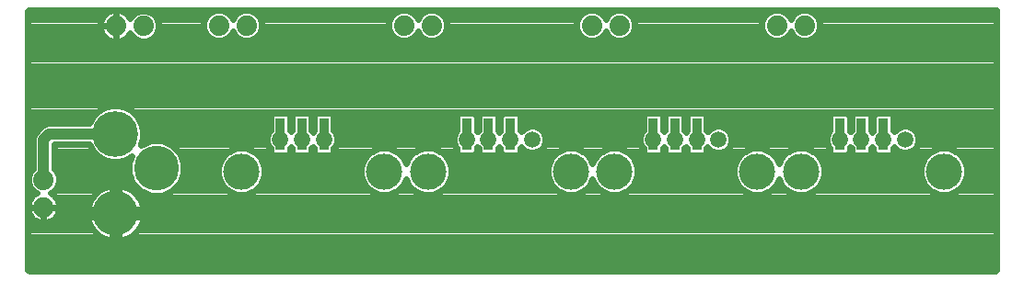
<source format=gbl>
G75*
G70*
%OFA0B0*%
%FSLAX24Y24*%
%IPPOS*%
%LPD*%
%AMOC8*
5,1,8,0,0,1.08239X$1,22.5*
%
%ADD10R,0.0350X0.1180*%
%ADD11C,0.1310*%
%ADD12C,0.1660*%
%ADD13C,0.1620*%
%ADD14C,0.0740*%
%ADD15C,0.0240*%
%ADD16C,0.0560*%
%ADD17C,0.0591*%
%ADD18C,0.0400*%
D10*
X010125Y006130D03*
X010905Y006130D03*
X011695Y006130D03*
X016875Y006130D03*
X017655Y006130D03*
X018445Y006130D03*
X023625Y006130D03*
X024405Y006130D03*
X025195Y006130D03*
X030375Y006130D03*
X031155Y006130D03*
X031945Y006130D03*
D11*
X034135Y004770D03*
X028965Y004770D03*
X027385Y004770D03*
X022215Y004770D03*
X020635Y004770D03*
X015465Y004770D03*
X013885Y004770D03*
X008715Y004770D03*
D12*
X004150Y006134D03*
D13*
X005631Y004883D03*
X004160Y003251D03*
D14*
X001550Y003470D03*
X001550Y004470D03*
X004170Y010050D03*
X005170Y010050D03*
X007900Y010070D03*
X008900Y010070D03*
X014600Y010070D03*
X015600Y010070D03*
X021400Y010070D03*
X022400Y010070D03*
X028100Y010070D03*
X029100Y010070D03*
D15*
X001001Y001171D02*
X000982Y001202D01*
X000980Y001220D01*
X000980Y010563D01*
X000982Y010581D01*
X001001Y010612D01*
X001032Y010630D01*
X001050Y010633D01*
X035983Y010633D01*
X036001Y010630D01*
X036033Y010612D01*
X036051Y010581D01*
X036053Y010563D01*
X036053Y001220D01*
X036051Y001202D01*
X036033Y001171D01*
X036001Y001152D01*
X035983Y001150D01*
X001050Y001150D01*
X001032Y001152D01*
X001001Y001171D01*
X000982Y001209D02*
X036052Y001209D01*
X036053Y001447D02*
X000980Y001447D01*
X000980Y001686D02*
X036053Y001686D01*
X036053Y001924D02*
X000980Y001924D01*
X000980Y002163D02*
X036053Y002163D01*
X036053Y002401D02*
X004705Y002401D01*
X004745Y002426D02*
X004649Y002366D01*
X004547Y002317D01*
X004440Y002279D01*
X004329Y002254D01*
X004280Y002249D01*
X004280Y003131D01*
X004040Y003131D01*
X004040Y002249D01*
X003991Y002254D01*
X003880Y002279D01*
X003773Y002317D01*
X003671Y002366D01*
X003575Y002426D01*
X003486Y002497D01*
X003406Y002577D01*
X003335Y002666D01*
X003275Y002762D01*
X003225Y002864D01*
X003188Y002971D01*
X003163Y003082D01*
X003157Y003131D01*
X004040Y003131D01*
X004040Y003371D01*
X003157Y003371D01*
X003163Y003421D01*
X003188Y003532D01*
X003225Y003639D01*
X003275Y003741D01*
X003335Y003837D01*
X003406Y003926D01*
X003486Y004006D01*
X003575Y004077D01*
X003671Y004137D01*
X003773Y004186D01*
X003880Y004224D01*
X003991Y004249D01*
X004040Y004254D01*
X004040Y003372D01*
X004280Y003372D01*
X004280Y004254D01*
X004329Y004249D01*
X004440Y004224D01*
X004547Y004186D01*
X004649Y004137D01*
X004745Y004077D01*
X004834Y004006D01*
X004914Y003926D01*
X004985Y003837D01*
X005045Y003741D01*
X005095Y003639D01*
X005132Y003532D01*
X005157Y003421D01*
X005163Y003371D01*
X004280Y003371D01*
X004280Y003131D01*
X005163Y003131D01*
X005157Y003082D01*
X005132Y002971D01*
X005095Y002864D01*
X005045Y002762D01*
X004985Y002666D01*
X004914Y002577D01*
X004834Y002497D01*
X004745Y002426D01*
X004964Y002640D02*
X036053Y002640D01*
X036053Y002878D02*
X005099Y002878D01*
X005161Y003117D02*
X036053Y003117D01*
X036053Y003355D02*
X004280Y003355D01*
X004280Y003117D02*
X004040Y003117D01*
X004040Y003355D02*
X002109Y003355D01*
X002106Y003337D02*
X002120Y003425D01*
X002120Y003470D01*
X002120Y003515D01*
X002106Y003603D01*
X002078Y003689D01*
X002038Y003769D01*
X001985Y003841D01*
X001921Y003905D01*
X001849Y003958D01*
X001804Y003980D01*
X001862Y004004D01*
X002016Y004158D01*
X002100Y004361D01*
X002100Y004579D01*
X002016Y004782D01*
X001930Y004868D01*
X001930Y005754D01*
X003206Y005754D01*
X003209Y005744D01*
X003342Y005514D01*
X003530Y005326D01*
X003760Y005193D01*
X004017Y005124D01*
X004283Y005124D01*
X004540Y005193D01*
X004734Y005305D01*
X004641Y005080D01*
X004641Y004686D01*
X004792Y004322D01*
X005070Y004043D01*
X005434Y003893D01*
X005828Y003893D01*
X006192Y004043D01*
X006470Y004322D01*
X006621Y004686D01*
X006621Y005080D01*
X006470Y005443D01*
X006192Y005722D01*
X005828Y005873D01*
X005434Y005873D01*
X005081Y005726D01*
X005091Y005744D01*
X005160Y006001D01*
X005160Y006267D01*
X005091Y006524D01*
X004958Y006754D01*
X004770Y006942D01*
X004540Y007075D01*
X004283Y007144D01*
X004017Y007144D01*
X003760Y007075D01*
X003530Y006942D01*
X003342Y006754D01*
X003209Y006524D01*
X003206Y006514D01*
X001710Y006514D01*
X001533Y006441D01*
X001519Y006427D01*
X001335Y006242D01*
X001228Y006135D01*
X001170Y005996D01*
X001170Y004868D01*
X001084Y004782D01*
X001000Y004579D01*
X001000Y004361D01*
X001084Y004158D01*
X001238Y004004D01*
X001296Y003980D01*
X001251Y003958D01*
X001179Y003905D01*
X001115Y003841D01*
X001062Y003769D01*
X001022Y003689D01*
X000994Y003603D01*
X000980Y003515D01*
X000980Y003470D01*
X001550Y003470D01*
X002120Y003470D01*
X001550Y003470D01*
X001550Y003470D01*
X001550Y003470D01*
X001550Y002900D01*
X001595Y002900D01*
X001683Y002914D01*
X001769Y002942D01*
X001849Y002982D01*
X001921Y003035D01*
X001985Y003099D01*
X002038Y003171D01*
X002078Y003251D01*
X002106Y003337D01*
X001998Y003117D02*
X003159Y003117D01*
X003221Y002878D02*
X000980Y002878D01*
X001179Y003035D02*
X001251Y002982D01*
X001331Y002942D01*
X001417Y002914D01*
X001505Y002900D01*
X001550Y002900D01*
X001550Y003470D01*
X001550Y003470D01*
X000980Y003470D01*
X000980Y003425D01*
X000994Y003337D01*
X001022Y003251D01*
X001062Y003171D01*
X001115Y003099D01*
X001179Y003035D01*
X001102Y003117D02*
X000980Y003117D01*
X000980Y003355D02*
X000991Y003355D01*
X001550Y003355D02*
X001550Y003355D01*
X001550Y003117D02*
X001550Y003117D01*
X000992Y003594D02*
X000980Y003594D01*
X000980Y003832D02*
X001108Y003832D01*
X001172Y004071D02*
X000980Y004071D01*
X000980Y004309D02*
X001021Y004309D01*
X001000Y004548D02*
X000980Y004548D01*
X000980Y004786D02*
X001088Y004786D01*
X001170Y005025D02*
X000980Y005025D01*
X000980Y005263D02*
X001170Y005263D01*
X001170Y005502D02*
X000980Y005502D01*
X000980Y005740D02*
X001170Y005740D01*
X001170Y005979D02*
X000980Y005979D01*
X000980Y006217D02*
X001310Y006217D01*
X001519Y006427D02*
X001519Y006427D01*
X001533Y006441D02*
X001533Y006441D01*
X001569Y006456D02*
X000980Y006456D01*
X000980Y006694D02*
X003307Y006694D01*
X003521Y006933D02*
X000980Y006933D01*
X000980Y007171D02*
X036053Y007171D01*
X036053Y006933D02*
X004779Y006933D01*
X004993Y006694D02*
X009770Y006694D01*
X009770Y006795D02*
X009770Y006252D01*
X009717Y006199D01*
X009645Y006025D01*
X009645Y005835D01*
X009717Y005661D01*
X009770Y005608D01*
X009770Y005465D01*
X009875Y005360D01*
X010375Y005360D01*
X010480Y005465D01*
X010480Y005618D01*
X010510Y005648D01*
X010550Y005608D01*
X010550Y005465D01*
X010655Y005360D01*
X011155Y005360D01*
X011260Y005465D01*
X011260Y005618D01*
X011300Y005658D01*
X011340Y005618D01*
X011340Y005465D01*
X011445Y005360D01*
X011945Y005360D01*
X012050Y005465D01*
X012050Y005608D01*
X012103Y005661D01*
X012175Y005835D01*
X012175Y006025D01*
X012103Y006199D01*
X012050Y006252D01*
X012050Y006795D01*
X011945Y006900D01*
X011445Y006900D01*
X011340Y006795D01*
X011340Y006242D01*
X011300Y006202D01*
X011260Y006242D01*
X011260Y006795D01*
X011155Y006900D01*
X010655Y006900D01*
X010550Y006795D01*
X010550Y006252D01*
X010510Y006212D01*
X010480Y006242D01*
X010480Y006795D01*
X010375Y006900D01*
X009875Y006900D01*
X009770Y006795D01*
X010480Y006694D02*
X010550Y006694D01*
X010550Y006456D02*
X010480Y006456D01*
X009770Y006456D02*
X005109Y006456D01*
X005160Y006217D02*
X009735Y006217D01*
X009645Y005979D02*
X005154Y005979D01*
X005114Y005740D02*
X005089Y005740D01*
X004717Y005263D02*
X004662Y005263D01*
X004641Y005025D02*
X001930Y005025D01*
X001930Y005263D02*
X003638Y005263D01*
X003354Y005502D02*
X001930Y005502D01*
X001930Y005740D02*
X003211Y005740D01*
X002012Y004786D02*
X004641Y004786D01*
X004698Y004548D02*
X002100Y004548D01*
X002079Y004309D02*
X004804Y004309D01*
X004753Y004071D02*
X005043Y004071D01*
X004988Y003832D02*
X036053Y003832D01*
X036053Y004071D02*
X034616Y004071D01*
X034608Y004062D02*
X034843Y004297D01*
X034970Y004604D01*
X034970Y004936D01*
X034843Y005243D01*
X034608Y005478D01*
X034301Y005605D01*
X033969Y005605D01*
X033662Y005478D01*
X033427Y005243D01*
X033300Y004936D01*
X033300Y004604D01*
X033427Y004297D01*
X033662Y004062D01*
X033969Y003935D01*
X034301Y003935D01*
X034608Y004062D01*
X034848Y004309D02*
X036053Y004309D01*
X036053Y004548D02*
X034947Y004548D01*
X034970Y004786D02*
X036053Y004786D01*
X036053Y005025D02*
X034933Y005025D01*
X034823Y005263D02*
X036053Y005263D01*
X036053Y005502D02*
X034551Y005502D01*
X033719Y005502D02*
X032937Y005502D01*
X032999Y005527D02*
X033133Y005661D01*
X033205Y005835D01*
X033205Y006025D01*
X033133Y006199D01*
X032999Y006333D01*
X032825Y006405D01*
X032635Y006405D01*
X032461Y006333D01*
X032340Y006212D01*
X032300Y006252D01*
X032300Y006795D01*
X032195Y006900D01*
X031695Y006900D01*
X031590Y006795D01*
X031590Y006242D01*
X031550Y006202D01*
X031510Y006242D01*
X031510Y006795D01*
X031405Y006900D01*
X030905Y006900D01*
X030800Y006795D01*
X030800Y006252D01*
X030760Y006212D01*
X030730Y006242D01*
X030730Y006795D01*
X030625Y006900D01*
X030125Y006900D01*
X030020Y006795D01*
X030020Y006252D01*
X029967Y006199D01*
X029895Y006025D01*
X029895Y005835D01*
X029967Y005661D01*
X030020Y005608D01*
X030020Y005465D01*
X030125Y005360D01*
X030625Y005360D01*
X030730Y005465D01*
X030730Y005618D01*
X030760Y005648D01*
X030800Y005608D01*
X030800Y005465D01*
X030905Y005360D01*
X031405Y005360D01*
X031510Y005465D01*
X031510Y005618D01*
X031550Y005658D01*
X031590Y005618D01*
X031590Y005465D01*
X031695Y005360D01*
X032195Y005360D01*
X032300Y005465D01*
X032300Y005608D01*
X032340Y005648D01*
X032461Y005527D01*
X032635Y005455D01*
X032825Y005455D01*
X032999Y005527D01*
X033166Y005740D02*
X036053Y005740D01*
X036053Y005979D02*
X033205Y005979D01*
X033115Y006217D02*
X036053Y006217D01*
X036053Y006456D02*
X032300Y006456D01*
X032300Y006694D02*
X036053Y006694D01*
X036053Y007410D02*
X000980Y007410D01*
X000980Y007648D02*
X036053Y007648D01*
X036053Y007887D02*
X000980Y007887D01*
X000980Y008125D02*
X036053Y008125D01*
X036053Y008364D02*
X000980Y008364D01*
X000980Y008602D02*
X036053Y008602D01*
X036053Y008841D02*
X000980Y008841D01*
X000980Y009079D02*
X036053Y009079D01*
X036053Y009318D02*
X000980Y009318D01*
X000980Y009556D02*
X003884Y009556D01*
X003871Y009562D02*
X003951Y009522D01*
X004037Y009494D01*
X004125Y009480D01*
X004170Y009480D01*
X004215Y009480D01*
X004303Y009494D01*
X004389Y009522D01*
X004469Y009562D01*
X004541Y009615D01*
X004605Y009679D01*
X004658Y009751D01*
X004680Y009796D01*
X004704Y009738D01*
X004858Y009584D01*
X005061Y009500D01*
X005279Y009500D01*
X005482Y009584D01*
X005636Y009738D01*
X005720Y009941D01*
X005720Y010159D01*
X005636Y010362D01*
X005482Y010516D01*
X005279Y010600D01*
X005061Y010600D01*
X004858Y010516D01*
X004704Y010362D01*
X004680Y010304D01*
X004658Y010349D01*
X004605Y010421D01*
X004541Y010485D01*
X004469Y010538D01*
X004389Y010578D01*
X004303Y010606D01*
X004215Y010620D01*
X004170Y010620D01*
X004170Y010050D01*
X004170Y010050D01*
X004170Y010050D01*
X003600Y010050D01*
X003600Y010095D01*
X003614Y010183D01*
X003642Y010269D01*
X003682Y010349D01*
X003735Y010421D01*
X003799Y010485D01*
X003871Y010538D01*
X003951Y010578D01*
X004037Y010606D01*
X004125Y010620D01*
X004170Y010620D01*
X004170Y010050D01*
X004170Y009480D01*
X004170Y010050D01*
X004170Y010050D01*
X003600Y010050D01*
X003600Y010005D01*
X003614Y009917D01*
X003642Y009831D01*
X003682Y009751D01*
X003735Y009679D01*
X003799Y009615D01*
X003871Y009562D01*
X004170Y009556D02*
X004170Y009556D01*
X004456Y009556D02*
X004925Y009556D01*
X005415Y009556D02*
X007704Y009556D01*
X007791Y009520D02*
X007588Y009604D01*
X007434Y009758D01*
X007350Y009961D01*
X007350Y010179D01*
X007434Y010382D01*
X007588Y010536D01*
X007791Y010620D01*
X008009Y010620D01*
X008212Y010536D01*
X008366Y010382D01*
X008400Y010300D01*
X008434Y010382D01*
X008588Y010536D01*
X008791Y010620D01*
X009009Y010620D01*
X009212Y010536D01*
X009366Y010382D01*
X009450Y010179D01*
X009450Y009961D01*
X009366Y009758D01*
X009212Y009604D01*
X009009Y009520D01*
X008791Y009520D01*
X008588Y009604D01*
X008434Y009758D01*
X008400Y009840D01*
X008366Y009758D01*
X008212Y009604D01*
X008009Y009520D01*
X007791Y009520D01*
X008096Y009556D02*
X008704Y009556D01*
X009096Y009556D02*
X014404Y009556D01*
X014491Y009520D02*
X014709Y009520D01*
X014912Y009604D01*
X015066Y009758D01*
X015100Y009840D01*
X015134Y009758D01*
X015288Y009604D01*
X015491Y009520D01*
X015709Y009520D01*
X015912Y009604D01*
X016066Y009758D01*
X016150Y009961D01*
X016150Y010179D01*
X016066Y010382D01*
X015912Y010536D01*
X015709Y010620D01*
X015491Y010620D01*
X015288Y010536D01*
X015134Y010382D01*
X015100Y010300D01*
X015066Y010382D01*
X014912Y010536D01*
X014709Y010620D01*
X014491Y010620D01*
X014288Y010536D01*
X014134Y010382D01*
X014050Y010179D01*
X014050Y009961D01*
X014134Y009758D01*
X014288Y009604D01*
X014491Y009520D01*
X014796Y009556D02*
X015404Y009556D01*
X015796Y009556D02*
X021204Y009556D01*
X021291Y009520D02*
X021509Y009520D01*
X021712Y009604D01*
X021866Y009758D01*
X021900Y009840D01*
X021934Y009758D01*
X022088Y009604D01*
X022291Y009520D01*
X022509Y009520D01*
X022712Y009604D01*
X022866Y009758D01*
X022950Y009961D01*
X022950Y010179D01*
X022866Y010382D01*
X022712Y010536D01*
X022509Y010620D01*
X022291Y010620D01*
X022088Y010536D01*
X021934Y010382D01*
X021900Y010300D01*
X021866Y010382D01*
X021712Y010536D01*
X021509Y010620D01*
X021291Y010620D01*
X021088Y010536D01*
X020934Y010382D01*
X020850Y010179D01*
X020850Y009961D01*
X020934Y009758D01*
X021088Y009604D01*
X021291Y009520D01*
X021596Y009556D02*
X022204Y009556D01*
X022596Y009556D02*
X027904Y009556D01*
X027991Y009520D02*
X028209Y009520D01*
X028412Y009604D01*
X028566Y009758D01*
X028600Y009840D01*
X028634Y009758D01*
X028788Y009604D01*
X028991Y009520D01*
X029209Y009520D01*
X029412Y009604D01*
X029566Y009758D01*
X029650Y009961D01*
X029650Y010179D01*
X029566Y010382D01*
X029412Y010536D01*
X029209Y010620D01*
X028991Y010620D01*
X028788Y010536D01*
X028634Y010382D01*
X028600Y010300D01*
X028566Y010382D01*
X028412Y010536D01*
X028209Y010620D01*
X027991Y010620D01*
X027788Y010536D01*
X027634Y010382D01*
X027550Y010179D01*
X027550Y009961D01*
X027634Y009758D01*
X027788Y009604D01*
X027991Y009520D01*
X028296Y009556D02*
X028904Y009556D01*
X029296Y009556D02*
X036053Y009556D01*
X036053Y009795D02*
X029581Y009795D01*
X029650Y010033D02*
X036053Y010033D01*
X036053Y010272D02*
X029612Y010272D01*
X029438Y010510D02*
X036053Y010510D01*
X028762Y010510D02*
X028438Y010510D01*
X027762Y010510D02*
X022738Y010510D01*
X022062Y010510D02*
X021738Y010510D01*
X021062Y010510D02*
X015938Y010510D01*
X016112Y010272D02*
X020888Y010272D01*
X020850Y010033D02*
X016150Y010033D01*
X016081Y009795D02*
X020919Y009795D01*
X021881Y009795D02*
X021919Y009795D01*
X022881Y009795D02*
X027619Y009795D01*
X027550Y010033D02*
X022950Y010033D01*
X022912Y010272D02*
X027588Y010272D01*
X028581Y009795D02*
X028619Y009795D01*
X025550Y006795D02*
X025445Y006900D01*
X024945Y006900D01*
X024840Y006795D01*
X024840Y006242D01*
X024800Y006202D01*
X024760Y006242D01*
X024760Y006795D01*
X024655Y006900D01*
X024155Y006900D01*
X024050Y006795D01*
X024050Y006252D01*
X024010Y006212D01*
X023980Y006242D01*
X023980Y006795D01*
X023875Y006900D01*
X023375Y006900D01*
X023270Y006795D01*
X023270Y006252D01*
X023217Y006199D01*
X023145Y006025D01*
X023145Y005835D01*
X023217Y005661D01*
X023270Y005608D01*
X023270Y005465D01*
X023375Y005360D01*
X023875Y005360D01*
X023980Y005465D01*
X023980Y005618D01*
X024010Y005648D01*
X024050Y005608D01*
X024050Y005465D01*
X024155Y005360D01*
X024655Y005360D01*
X024760Y005465D01*
X024760Y005618D01*
X024800Y005658D01*
X024840Y005618D01*
X024840Y005465D01*
X024945Y005360D01*
X025445Y005360D01*
X025550Y005465D01*
X025550Y005608D01*
X025590Y005648D01*
X025711Y005527D01*
X025885Y005455D01*
X026075Y005455D01*
X026249Y005527D01*
X026383Y005661D01*
X026455Y005835D01*
X026455Y006025D01*
X026383Y006199D01*
X026249Y006333D01*
X026075Y006405D01*
X025885Y006405D01*
X025711Y006333D01*
X025590Y006212D01*
X025550Y006252D01*
X025550Y006795D01*
X025550Y006694D02*
X030020Y006694D01*
X030020Y006456D02*
X025550Y006456D01*
X024840Y006456D02*
X024760Y006456D01*
X024050Y006456D02*
X023980Y006456D01*
X023980Y006694D02*
X024050Y006694D01*
X024760Y006694D02*
X024840Y006694D01*
X024815Y006217D02*
X024785Y006217D01*
X025585Y006217D02*
X025595Y006217D01*
X026365Y006217D02*
X029985Y006217D01*
X029895Y005979D02*
X026455Y005979D01*
X026416Y005740D02*
X029934Y005740D01*
X030020Y005502D02*
X029381Y005502D01*
X029438Y005478D02*
X029131Y005605D01*
X028799Y005605D01*
X028492Y005478D01*
X028257Y005243D01*
X028175Y005045D01*
X028093Y005243D01*
X027858Y005478D01*
X027551Y005605D01*
X027219Y005605D01*
X026912Y005478D01*
X026677Y005243D01*
X026550Y004936D01*
X026550Y004604D01*
X026677Y004297D01*
X026912Y004062D01*
X027219Y003935D01*
X027551Y003935D01*
X027858Y004062D01*
X028093Y004297D01*
X028175Y004495D01*
X028257Y004297D01*
X028492Y004062D01*
X028799Y003935D01*
X029131Y003935D01*
X029438Y004062D01*
X029673Y004297D01*
X029800Y004604D01*
X029800Y004936D01*
X029673Y005243D01*
X029438Y005478D01*
X029653Y005263D02*
X033447Y005263D01*
X033337Y005025D02*
X029763Y005025D01*
X029800Y004786D02*
X033300Y004786D01*
X033323Y004548D02*
X029777Y004548D01*
X029678Y004309D02*
X033422Y004309D01*
X033654Y004071D02*
X029446Y004071D01*
X028484Y004071D02*
X027866Y004071D01*
X028098Y004309D02*
X028252Y004309D01*
X026904Y004071D02*
X022696Y004071D01*
X022688Y004062D02*
X022923Y004297D01*
X023050Y004604D01*
X023050Y004936D01*
X022923Y005243D01*
X022688Y005478D01*
X022381Y005605D01*
X022049Y005605D01*
X021742Y005478D01*
X021507Y005243D01*
X021425Y005045D01*
X021343Y005243D01*
X021108Y005478D01*
X020801Y005605D01*
X020469Y005605D01*
X020162Y005478D01*
X019927Y005243D01*
X019800Y004936D01*
X019800Y004604D01*
X019927Y004297D01*
X020162Y004062D01*
X020469Y003935D01*
X020801Y003935D01*
X021108Y004062D01*
X021343Y004297D01*
X021425Y004495D01*
X021507Y004297D01*
X021742Y004062D01*
X022049Y003935D01*
X022381Y003935D01*
X022688Y004062D01*
X022928Y004309D02*
X026672Y004309D01*
X026573Y004548D02*
X023027Y004548D01*
X023050Y004786D02*
X026550Y004786D01*
X026587Y005025D02*
X023013Y005025D01*
X022903Y005263D02*
X026697Y005263D01*
X026969Y005502D02*
X026187Y005502D01*
X025773Y005502D02*
X025550Y005502D01*
X024840Y005502D02*
X024760Y005502D01*
X024050Y005502D02*
X023980Y005502D01*
X023270Y005502D02*
X022631Y005502D01*
X023184Y005740D02*
X019666Y005740D01*
X019633Y005661D02*
X019705Y005835D01*
X019705Y006025D01*
X019633Y006199D01*
X019499Y006333D01*
X019325Y006405D01*
X019135Y006405D01*
X018961Y006333D01*
X018840Y006212D01*
X018800Y006252D01*
X018800Y006795D01*
X018695Y006900D01*
X018195Y006900D01*
X018090Y006795D01*
X018090Y006242D01*
X018050Y006202D01*
X018010Y006242D01*
X018010Y006795D01*
X017905Y006900D01*
X017405Y006900D01*
X017300Y006795D01*
X017300Y006252D01*
X017260Y006212D01*
X017230Y006242D01*
X017230Y006795D01*
X017125Y006900D01*
X016625Y006900D01*
X016520Y006795D01*
X016520Y006252D01*
X016467Y006199D01*
X016395Y006025D01*
X016395Y005835D01*
X016467Y005661D01*
X016520Y005608D01*
X016520Y005465D01*
X016625Y005360D01*
X017125Y005360D01*
X017230Y005465D01*
X017230Y005618D01*
X017260Y005648D01*
X017300Y005608D01*
X017300Y005465D01*
X017405Y005360D01*
X017905Y005360D01*
X018010Y005465D01*
X018010Y005618D01*
X018050Y005658D01*
X018090Y005618D01*
X018090Y005465D01*
X018195Y005360D01*
X018695Y005360D01*
X018800Y005465D01*
X018800Y005608D01*
X018840Y005648D01*
X018961Y005527D01*
X019135Y005455D01*
X019325Y005455D01*
X019499Y005527D01*
X019633Y005661D01*
X019437Y005502D02*
X020219Y005502D01*
X019947Y005263D02*
X016153Y005263D01*
X016173Y005243D02*
X015938Y005478D01*
X015631Y005605D01*
X015299Y005605D01*
X014992Y005478D01*
X014757Y005243D01*
X014675Y005045D01*
X014593Y005243D01*
X014358Y005478D01*
X014051Y005605D01*
X013719Y005605D01*
X013412Y005478D01*
X013177Y005243D01*
X013050Y004936D01*
X013050Y004604D01*
X013177Y004297D01*
X013412Y004062D01*
X013719Y003935D01*
X014051Y003935D01*
X014358Y004062D01*
X014593Y004297D01*
X014675Y004495D01*
X014757Y004297D01*
X014992Y004062D01*
X015299Y003935D01*
X015631Y003935D01*
X015938Y004062D01*
X016173Y004297D01*
X016300Y004604D01*
X016300Y004936D01*
X016173Y005243D01*
X015881Y005502D02*
X016520Y005502D01*
X016434Y005740D02*
X012136Y005740D01*
X012175Y005979D02*
X016395Y005979D01*
X016485Y006217D02*
X012085Y006217D01*
X012050Y006456D02*
X016520Y006456D01*
X016520Y006694D02*
X012050Y006694D01*
X011340Y006694D02*
X011260Y006694D01*
X011260Y006456D02*
X011340Y006456D01*
X011315Y006217D02*
X011285Y006217D01*
X010515Y006217D02*
X010505Y006217D01*
X009684Y005740D02*
X006148Y005740D01*
X006412Y005502D02*
X008299Y005502D01*
X008242Y005478D02*
X008007Y005243D01*
X007880Y004936D01*
X007880Y004604D01*
X008007Y004297D01*
X008242Y004062D01*
X008549Y003935D01*
X008881Y003935D01*
X009188Y004062D01*
X009423Y004297D01*
X009550Y004604D01*
X009550Y004936D01*
X009423Y005243D01*
X009188Y005478D01*
X008881Y005605D01*
X008549Y005605D01*
X008242Y005478D01*
X008027Y005263D02*
X006545Y005263D01*
X006621Y005025D02*
X007917Y005025D01*
X007880Y004786D02*
X006621Y004786D01*
X006564Y004548D02*
X007903Y004548D01*
X008002Y004309D02*
X006457Y004309D01*
X006219Y004071D02*
X008234Y004071D01*
X009196Y004071D02*
X013404Y004071D01*
X013172Y004309D02*
X009428Y004309D01*
X009527Y004548D02*
X013073Y004548D01*
X013050Y004786D02*
X009550Y004786D01*
X009513Y005025D02*
X013087Y005025D01*
X013197Y005263D02*
X009403Y005263D01*
X009131Y005502D02*
X009770Y005502D01*
X010480Y005502D02*
X010550Y005502D01*
X011260Y005502D02*
X011340Y005502D01*
X012050Y005502D02*
X013469Y005502D01*
X014301Y005502D02*
X015049Y005502D01*
X014777Y005263D02*
X014573Y005263D01*
X016263Y005025D02*
X019837Y005025D01*
X019800Y004786D02*
X016300Y004786D01*
X016277Y004548D02*
X019823Y004548D01*
X019922Y004309D02*
X016178Y004309D01*
X015946Y004071D02*
X020154Y004071D01*
X021116Y004071D02*
X021734Y004071D01*
X021502Y004309D02*
X021348Y004309D01*
X021323Y005263D02*
X021527Y005263D01*
X021799Y005502D02*
X021051Y005502D01*
X019705Y005979D02*
X023145Y005979D01*
X023235Y006217D02*
X019615Y006217D01*
X018845Y006217D02*
X018835Y006217D01*
X018800Y006456D02*
X023270Y006456D01*
X023270Y006694D02*
X018800Y006694D01*
X018090Y006694D02*
X018010Y006694D01*
X018010Y006456D02*
X018090Y006456D01*
X018065Y006217D02*
X018035Y006217D01*
X017265Y006217D02*
X017255Y006217D01*
X017230Y006456D02*
X017300Y006456D01*
X017300Y006694D02*
X017230Y006694D01*
X017230Y005502D02*
X017300Y005502D01*
X018010Y005502D02*
X018090Y005502D01*
X018800Y005502D02*
X019023Y005502D01*
X014984Y004071D02*
X014366Y004071D01*
X014598Y004309D02*
X014752Y004309D01*
X024005Y006217D02*
X024015Y006217D01*
X027801Y005502D02*
X028549Y005502D01*
X028277Y005263D02*
X028073Y005263D01*
X030730Y005502D02*
X030800Y005502D01*
X031510Y005502D02*
X031590Y005502D01*
X032300Y005502D02*
X032523Y005502D01*
X032345Y006217D02*
X032335Y006217D01*
X031565Y006217D02*
X031535Y006217D01*
X031510Y006456D02*
X031590Y006456D01*
X031590Y006694D02*
X031510Y006694D01*
X030800Y006694D02*
X030730Y006694D01*
X030730Y006456D02*
X030800Y006456D01*
X030765Y006217D02*
X030755Y006217D01*
X036053Y003594D02*
X005110Y003594D01*
X004280Y003594D02*
X004040Y003594D01*
X004040Y003832D02*
X004280Y003832D01*
X004280Y004071D02*
X004040Y004071D01*
X003567Y004071D02*
X001928Y004071D01*
X001992Y003832D02*
X003332Y003832D01*
X003210Y003594D02*
X002108Y003594D01*
X004040Y002878D02*
X004280Y002878D01*
X004280Y002640D02*
X004040Y002640D01*
X003356Y002640D02*
X000980Y002640D01*
X000980Y002401D02*
X003615Y002401D01*
X004040Y002401D02*
X004280Y002401D01*
X004170Y009795D02*
X004170Y009795D01*
X004170Y010033D02*
X004170Y010033D01*
X004680Y009795D02*
X004681Y009795D01*
X005659Y009795D02*
X007419Y009795D01*
X007350Y010033D02*
X005720Y010033D01*
X005674Y010272D02*
X007388Y010272D01*
X007562Y010510D02*
X005488Y010510D01*
X004852Y010510D02*
X004507Y010510D01*
X004170Y010510D02*
X004170Y010510D01*
X003833Y010510D02*
X000980Y010510D01*
X000980Y010272D02*
X003643Y010272D01*
X003600Y010033D02*
X000980Y010033D01*
X000980Y009795D02*
X003660Y009795D01*
X004170Y010272D02*
X004170Y010272D01*
X008238Y010510D02*
X008562Y010510D01*
X009238Y010510D02*
X014262Y010510D01*
X014938Y010510D02*
X015262Y010510D01*
X014088Y010272D02*
X009412Y010272D01*
X009450Y010033D02*
X014050Y010033D01*
X014119Y009795D02*
X009381Y009795D01*
X008419Y009795D02*
X008381Y009795D01*
X015081Y009795D02*
X015119Y009795D01*
D16*
X013000Y007420D03*
X016250Y006770D03*
X019750Y007420D03*
X023000Y006770D03*
X026500Y007420D03*
X029700Y006770D03*
X033250Y007470D03*
X009500Y006770D03*
D17*
X010120Y005930D03*
X010900Y005930D03*
X011700Y005930D03*
X012480Y005930D03*
X016870Y005930D03*
X017650Y005930D03*
X018450Y005930D03*
X019230Y005930D03*
X023620Y005930D03*
X024400Y005930D03*
X025200Y005930D03*
X025980Y005930D03*
X030370Y005930D03*
X031150Y005930D03*
X031950Y005930D03*
X032730Y005930D03*
D18*
X004150Y006134D02*
X001805Y006134D01*
X001734Y006104D02*
X001550Y005920D01*
X001550Y004470D01*
X001734Y006105D02*
X001749Y006117D01*
X001767Y006126D01*
X001785Y006132D01*
X001805Y006134D01*
M02*

</source>
